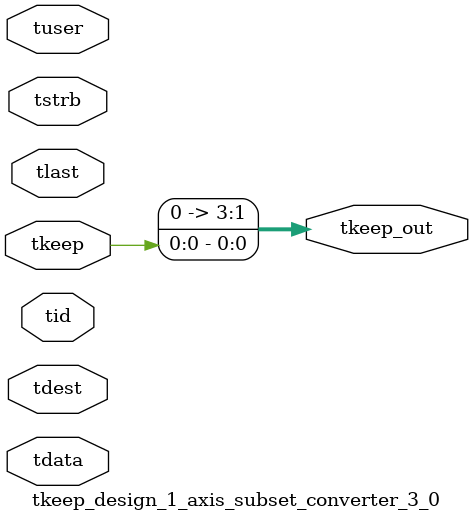
<source format=v>


`timescale 1ps/1ps

module tkeep_design_1_axis_subset_converter_3_0 #
(
parameter C_S_AXIS_TDATA_WIDTH = 32,
parameter C_S_AXIS_TUSER_WIDTH = 0,
parameter C_S_AXIS_TID_WIDTH   = 0,
parameter C_S_AXIS_TDEST_WIDTH = 0,
parameter C_M_AXIS_TDATA_WIDTH = 32
)
(
input  [(C_S_AXIS_TDATA_WIDTH == 0 ? 1 : C_S_AXIS_TDATA_WIDTH)-1:0     ] tdata,
input  [(C_S_AXIS_TUSER_WIDTH == 0 ? 1 : C_S_AXIS_TUSER_WIDTH)-1:0     ] tuser,
input  [(C_S_AXIS_TID_WIDTH   == 0 ? 1 : C_S_AXIS_TID_WIDTH)-1:0       ] tid,
input  [(C_S_AXIS_TDEST_WIDTH == 0 ? 1 : C_S_AXIS_TDEST_WIDTH)-1:0     ] tdest,
input  [(C_S_AXIS_TDATA_WIDTH/8)-1:0 ] tkeep,
input  [(C_S_AXIS_TDATA_WIDTH/8)-1:0 ] tstrb,
input                                                                    tlast,
output [(C_M_AXIS_TDATA_WIDTH/8)-1:0 ] tkeep_out
);

assign tkeep_out = {tkeep[0:0]};

endmodule


</source>
